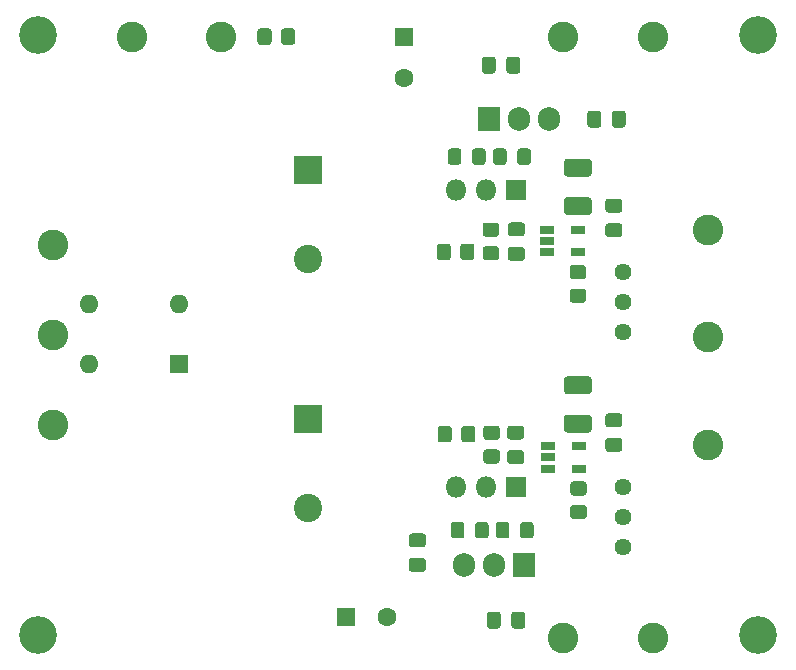
<source format=gbr>
G04 #@! TF.GenerationSoftware,KiCad,Pcbnew,(5.1.8-0-10_14)*
G04 #@! TF.CreationDate,2020-11-13T17:04:17+01:00*
G04 #@! TF.ProjectId,lv-lownoise-psu,6c762d6c-6f77-46e6-9f69-73652d707375,rev?*
G04 #@! TF.SameCoordinates,Original*
G04 #@! TF.FileFunction,Soldermask,Top*
G04 #@! TF.FilePolarity,Negative*
%FSLAX46Y46*%
G04 Gerber Fmt 4.6, Leading zero omitted, Abs format (unit mm)*
G04 Created by KiCad (PCBNEW (5.1.8-0-10_14)) date 2020-11-13 17:04:17*
%MOMM*%
%LPD*%
G01*
G04 APERTURE LIST*
%ADD10C,1.600000*%
%ADD11R,1.600000X1.600000*%
%ADD12C,2.400000*%
%ADD13R,2.400000X2.400000*%
%ADD14O,1.905000X2.000000*%
%ADD15R,1.905000X2.000000*%
%ADD16O,1.600000X1.600000*%
%ADD17C,2.600000*%
%ADD18O,1.800000X1.800000*%
%ADD19R,1.800000X1.800000*%
%ADD20R,1.220000X0.650000*%
%ADD21C,1.440000*%
%ADD22C,3.200000*%
G04 APERTURE END LIST*
G36*
G01*
X124761500Y-39845000D02*
X124761500Y-38895000D01*
G75*
G02*
X125011500Y-38645000I250000J0D01*
G01*
X125686500Y-38645000D01*
G75*
G02*
X125936500Y-38895000I0J-250000D01*
G01*
X125936500Y-39845000D01*
G75*
G02*
X125686500Y-40095000I-250000J0D01*
G01*
X125011500Y-40095000D01*
G75*
G02*
X124761500Y-39845000I0J250000D01*
G01*
G37*
G36*
G01*
X122686500Y-39845000D02*
X122686500Y-38895000D01*
G75*
G02*
X122936500Y-38645000I250000J0D01*
G01*
X123611500Y-38645000D01*
G75*
G02*
X123861500Y-38895000I0J-250000D01*
G01*
X123861500Y-39845000D01*
G75*
G02*
X123611500Y-40095000I-250000J0D01*
G01*
X122936500Y-40095000D01*
G75*
G02*
X122686500Y-39845000I0J250000D01*
G01*
G37*
D10*
X114681000Y-86106000D03*
D11*
X111181000Y-86106000D03*
D10*
X116078000Y-40457000D03*
D11*
X116078000Y-36957000D03*
D12*
X107950000Y-76835000D03*
D13*
X107950000Y-69335000D03*
D12*
X107950000Y-55760000D03*
D13*
X107950000Y-48260000D03*
D14*
X121158000Y-81661000D03*
X123698000Y-81661000D03*
D15*
X126238000Y-81661000D03*
D14*
X128397000Y-43942000D03*
X125857000Y-43942000D03*
D15*
X123317000Y-43942000D03*
D11*
X97028000Y-64643000D03*
D16*
X89408000Y-59563000D03*
X97028000Y-59563000D03*
X89408000Y-64643000D03*
G36*
G01*
X125017000Y-78289999D02*
X125017000Y-79190001D01*
G75*
G02*
X124767001Y-79440000I-249999J0D01*
G01*
X124116999Y-79440000D01*
G75*
G02*
X123867000Y-79190001I0J249999D01*
G01*
X123867000Y-78289999D01*
G75*
G02*
X124116999Y-78040000I249999J0D01*
G01*
X124767001Y-78040000D01*
G75*
G02*
X125017000Y-78289999I0J-249999D01*
G01*
G37*
G36*
G01*
X127067000Y-78289999D02*
X127067000Y-79190001D01*
G75*
G02*
X126817001Y-79440000I-249999J0D01*
G01*
X126166999Y-79440000D01*
G75*
G02*
X125917000Y-79190001I0J249999D01*
G01*
X125917000Y-78289999D01*
G75*
G02*
X126166999Y-78040000I249999J0D01*
G01*
X126817001Y-78040000D01*
G75*
G02*
X127067000Y-78289999I0J-249999D01*
G01*
G37*
G36*
G01*
X122107000Y-79190001D02*
X122107000Y-78289999D01*
G75*
G02*
X122356999Y-78040000I249999J0D01*
G01*
X123007001Y-78040000D01*
G75*
G02*
X123257000Y-78289999I0J-249999D01*
G01*
X123257000Y-79190001D01*
G75*
G02*
X123007001Y-79440000I-249999J0D01*
G01*
X122356999Y-79440000D01*
G75*
G02*
X122107000Y-79190001I0J249999D01*
G01*
G37*
G36*
G01*
X120057000Y-79190001D02*
X120057000Y-78289999D01*
G75*
G02*
X120306999Y-78040000I249999J0D01*
G01*
X120957001Y-78040000D01*
G75*
G02*
X121207000Y-78289999I0J-249999D01*
G01*
X121207000Y-79190001D01*
G75*
G02*
X120957001Y-79440000I-249999J0D01*
G01*
X120306999Y-79440000D01*
G75*
G02*
X120057000Y-79190001I0J249999D01*
G01*
G37*
G36*
G01*
X125681000Y-47567001D02*
X125681000Y-46666999D01*
G75*
G02*
X125930999Y-46417000I249999J0D01*
G01*
X126581001Y-46417000D01*
G75*
G02*
X126831000Y-46666999I0J-249999D01*
G01*
X126831000Y-47567001D01*
G75*
G02*
X126581001Y-47817000I-249999J0D01*
G01*
X125930999Y-47817000D01*
G75*
G02*
X125681000Y-47567001I0J249999D01*
G01*
G37*
G36*
G01*
X123631000Y-47567001D02*
X123631000Y-46666999D01*
G75*
G02*
X123880999Y-46417000I249999J0D01*
G01*
X124531001Y-46417000D01*
G75*
G02*
X124781000Y-46666999I0J-249999D01*
G01*
X124781000Y-47567001D01*
G75*
G02*
X124531001Y-47817000I-249999J0D01*
G01*
X123880999Y-47817000D01*
G75*
G02*
X123631000Y-47567001I0J249999D01*
G01*
G37*
G36*
G01*
X120953000Y-46666999D02*
X120953000Y-47567001D01*
G75*
G02*
X120703001Y-47817000I-249999J0D01*
G01*
X120052999Y-47817000D01*
G75*
G02*
X119803000Y-47567001I0J249999D01*
G01*
X119803000Y-46666999D01*
G75*
G02*
X120052999Y-46417000I249999J0D01*
G01*
X120703001Y-46417000D01*
G75*
G02*
X120953000Y-46666999I0J-249999D01*
G01*
G37*
G36*
G01*
X123003000Y-46666999D02*
X123003000Y-47567001D01*
G75*
G02*
X122753001Y-47817000I-249999J0D01*
G01*
X122102999Y-47817000D01*
G75*
G02*
X121853000Y-47567001I0J249999D01*
G01*
X121853000Y-46666999D01*
G75*
G02*
X122102999Y-46417000I249999J0D01*
G01*
X122753001Y-46417000D01*
G75*
G02*
X123003000Y-46666999I0J-249999D01*
G01*
G37*
G36*
G01*
X105683000Y-37407001D02*
X105683000Y-36506999D01*
G75*
G02*
X105932999Y-36257000I249999J0D01*
G01*
X106633001Y-36257000D01*
G75*
G02*
X106883000Y-36506999I0J-249999D01*
G01*
X106883000Y-37407001D01*
G75*
G02*
X106633001Y-37657000I-249999J0D01*
G01*
X105932999Y-37657000D01*
G75*
G02*
X105683000Y-37407001I0J249999D01*
G01*
G37*
G36*
G01*
X103683000Y-37407001D02*
X103683000Y-36506999D01*
G75*
G02*
X103932999Y-36257000I249999J0D01*
G01*
X104633001Y-36257000D01*
G75*
G02*
X104883000Y-36506999I0J-249999D01*
G01*
X104883000Y-37407001D01*
G75*
G02*
X104633001Y-37657000I-249999J0D01*
G01*
X103932999Y-37657000D01*
G75*
G02*
X103683000Y-37407001I0J249999D01*
G01*
G37*
D17*
X129540000Y-87884000D03*
X137160000Y-87884000D03*
X93091000Y-36957000D03*
X100584000Y-36957000D03*
G36*
G01*
X116746000Y-81095000D02*
X117696000Y-81095000D01*
G75*
G02*
X117946000Y-81345000I0J-250000D01*
G01*
X117946000Y-82020000D01*
G75*
G02*
X117696000Y-82270000I-250000J0D01*
G01*
X116746000Y-82270000D01*
G75*
G02*
X116496000Y-82020000I0J250000D01*
G01*
X116496000Y-81345000D01*
G75*
G02*
X116746000Y-81095000I250000J0D01*
G01*
G37*
G36*
G01*
X116746000Y-79020000D02*
X117696000Y-79020000D01*
G75*
G02*
X117946000Y-79270000I0J-250000D01*
G01*
X117946000Y-79945000D01*
G75*
G02*
X117696000Y-80195000I-250000J0D01*
G01*
X116746000Y-80195000D01*
G75*
G02*
X116496000Y-79945000I0J250000D01*
G01*
X116496000Y-79270000D01*
G75*
G02*
X116746000Y-79020000I250000J0D01*
G01*
G37*
G36*
G01*
X124285500Y-85885000D02*
X124285500Y-86835000D01*
G75*
G02*
X124035500Y-87085000I-250000J0D01*
G01*
X123360500Y-87085000D01*
G75*
G02*
X123110500Y-86835000I0J250000D01*
G01*
X123110500Y-85885000D01*
G75*
G02*
X123360500Y-85635000I250000J0D01*
G01*
X124035500Y-85635000D01*
G75*
G02*
X124285500Y-85885000I0J-250000D01*
G01*
G37*
G36*
G01*
X126360500Y-85885000D02*
X126360500Y-86835000D01*
G75*
G02*
X126110500Y-87085000I-250000J0D01*
G01*
X125435500Y-87085000D01*
G75*
G02*
X125185500Y-86835000I0J250000D01*
G01*
X125185500Y-85885000D01*
G75*
G02*
X125435500Y-85635000I250000J0D01*
G01*
X126110500Y-85635000D01*
G75*
G02*
X126360500Y-85885000I0J-250000D01*
G01*
G37*
X137160000Y-36957000D03*
X129540000Y-36957000D03*
G36*
G01*
X133694500Y-44417000D02*
X133694500Y-43467000D01*
G75*
G02*
X133944500Y-43217000I250000J0D01*
G01*
X134619500Y-43217000D01*
G75*
G02*
X134869500Y-43467000I0J-250000D01*
G01*
X134869500Y-44417000D01*
G75*
G02*
X134619500Y-44667000I-250000J0D01*
G01*
X133944500Y-44667000D01*
G75*
G02*
X133694500Y-44417000I0J250000D01*
G01*
G37*
G36*
G01*
X131619500Y-44417000D02*
X131619500Y-43467000D01*
G75*
G02*
X131869500Y-43217000I250000J0D01*
G01*
X132544500Y-43217000D01*
G75*
G02*
X132794500Y-43467000I0J-250000D01*
G01*
X132794500Y-44417000D01*
G75*
G02*
X132544500Y-44667000I-250000J0D01*
G01*
X131869500Y-44667000D01*
G75*
G02*
X131619500Y-44417000I0J250000D01*
G01*
G37*
G36*
G01*
X123057499Y-71901000D02*
X123957501Y-71901000D01*
G75*
G02*
X124207500Y-72150999I0J-249999D01*
G01*
X124207500Y-72851001D01*
G75*
G02*
X123957501Y-73101000I-249999J0D01*
G01*
X123057499Y-73101000D01*
G75*
G02*
X122807500Y-72851001I0J249999D01*
G01*
X122807500Y-72150999D01*
G75*
G02*
X123057499Y-71901000I249999J0D01*
G01*
G37*
G36*
G01*
X123057499Y-69901000D02*
X123957501Y-69901000D01*
G75*
G02*
X124207500Y-70150999I0J-249999D01*
G01*
X124207500Y-70851001D01*
G75*
G02*
X123957501Y-71101000I-249999J0D01*
G01*
X123057499Y-71101000D01*
G75*
G02*
X122807500Y-70851001I0J249999D01*
G01*
X122807500Y-70150999D01*
G75*
G02*
X123057499Y-69901000I249999J0D01*
G01*
G37*
G36*
G01*
X120939000Y-71062001D02*
X120939000Y-70161999D01*
G75*
G02*
X121188999Y-69912000I249999J0D01*
G01*
X121889001Y-69912000D01*
G75*
G02*
X122139000Y-70161999I0J-249999D01*
G01*
X122139000Y-71062001D01*
G75*
G02*
X121889001Y-71312000I-249999J0D01*
G01*
X121188999Y-71312000D01*
G75*
G02*
X120939000Y-71062001I0J249999D01*
G01*
G37*
G36*
G01*
X118939000Y-71062001D02*
X118939000Y-70161999D01*
G75*
G02*
X119188999Y-69912000I249999J0D01*
G01*
X119889001Y-69912000D01*
G75*
G02*
X120139000Y-70161999I0J-249999D01*
G01*
X120139000Y-71062001D01*
G75*
G02*
X119889001Y-71312000I-249999J0D01*
G01*
X119188999Y-71312000D01*
G75*
G02*
X118939000Y-71062001I0J249999D01*
G01*
G37*
G36*
G01*
X120059500Y-54731499D02*
X120059500Y-55631501D01*
G75*
G02*
X119809501Y-55881500I-249999J0D01*
G01*
X119109499Y-55881500D01*
G75*
G02*
X118859500Y-55631501I0J249999D01*
G01*
X118859500Y-54731499D01*
G75*
G02*
X119109499Y-54481500I249999J0D01*
G01*
X119809501Y-54481500D01*
G75*
G02*
X120059500Y-54731499I0J-249999D01*
G01*
G37*
G36*
G01*
X122059500Y-54731499D02*
X122059500Y-55631501D01*
G75*
G02*
X121809501Y-55881500I-249999J0D01*
G01*
X121109499Y-55881500D01*
G75*
G02*
X120859500Y-55631501I0J249999D01*
G01*
X120859500Y-54731499D01*
G75*
G02*
X121109499Y-54481500I249999J0D01*
G01*
X121809501Y-54481500D01*
G75*
G02*
X122059500Y-54731499I0J-249999D01*
G01*
G37*
G36*
G01*
X122993999Y-54692500D02*
X123894001Y-54692500D01*
G75*
G02*
X124144000Y-54942499I0J-249999D01*
G01*
X124144000Y-55642501D01*
G75*
G02*
X123894001Y-55892500I-249999J0D01*
G01*
X122993999Y-55892500D01*
G75*
G02*
X122744000Y-55642501I0J249999D01*
G01*
X122744000Y-54942499D01*
G75*
G02*
X122993999Y-54692500I249999J0D01*
G01*
G37*
G36*
G01*
X122993999Y-52692500D02*
X123894001Y-52692500D01*
G75*
G02*
X124144000Y-52942499I0J-249999D01*
G01*
X124144000Y-53642501D01*
G75*
G02*
X123894001Y-53892500I-249999J0D01*
G01*
X122993999Y-53892500D01*
G75*
G02*
X122744000Y-53642501I0J249999D01*
G01*
X122744000Y-52942499D01*
G75*
G02*
X122993999Y-52692500I249999J0D01*
G01*
G37*
D18*
X120459500Y-75120500D03*
X122999500Y-75120500D03*
D19*
X125539500Y-75120500D03*
D18*
X120523000Y-49974500D03*
X123063000Y-49974500D03*
D19*
X125603000Y-49974500D03*
D20*
X130890000Y-71628000D03*
X130890000Y-73528000D03*
X128270000Y-73528000D03*
X128270000Y-72578000D03*
X128270000Y-71628000D03*
X130791001Y-53302001D03*
X130791001Y-55202001D03*
X128171001Y-55202001D03*
X128171001Y-54252001D03*
X128171001Y-53302001D03*
D21*
X134670800Y-80137000D03*
X134670800Y-77597000D03*
X134670800Y-75057000D03*
X134620000Y-61976000D03*
X134620000Y-59436000D03*
X134620000Y-56896000D03*
G36*
G01*
X131310801Y-75809400D02*
X130410799Y-75809400D01*
G75*
G02*
X130160800Y-75559401I0J249999D01*
G01*
X130160800Y-74859399D01*
G75*
G02*
X130410799Y-74609400I249999J0D01*
G01*
X131310801Y-74609400D01*
G75*
G02*
X131560800Y-74859399I0J-249999D01*
G01*
X131560800Y-75559401D01*
G75*
G02*
X131310801Y-75809400I-249999J0D01*
G01*
G37*
G36*
G01*
X131310801Y-77809400D02*
X130410799Y-77809400D01*
G75*
G02*
X130160800Y-77559401I0J249999D01*
G01*
X130160800Y-76859399D01*
G75*
G02*
X130410799Y-76609400I249999J0D01*
G01*
X131310801Y-76609400D01*
G75*
G02*
X131560800Y-76859399I0J-249999D01*
G01*
X131560800Y-77559401D01*
G75*
G02*
X131310801Y-77809400I-249999J0D01*
G01*
G37*
G36*
G01*
X130359999Y-58296000D02*
X131260001Y-58296000D01*
G75*
G02*
X131510000Y-58545999I0J-249999D01*
G01*
X131510000Y-59246001D01*
G75*
G02*
X131260001Y-59496000I-249999J0D01*
G01*
X130359999Y-59496000D01*
G75*
G02*
X130110000Y-59246001I0J249999D01*
G01*
X130110000Y-58545999D01*
G75*
G02*
X130359999Y-58296000I249999J0D01*
G01*
G37*
G36*
G01*
X130359999Y-56296000D02*
X131260001Y-56296000D01*
G75*
G02*
X131510000Y-56545999I0J-249999D01*
G01*
X131510000Y-57246001D01*
G75*
G02*
X131260001Y-57496000I-249999J0D01*
G01*
X130359999Y-57496000D01*
G75*
G02*
X130110000Y-57246001I0J249999D01*
G01*
X130110000Y-56545999D01*
G75*
G02*
X130359999Y-56296000I249999J0D01*
G01*
G37*
D17*
X141859000Y-71501000D03*
X141859000Y-62357000D03*
X141859000Y-53340000D03*
X86360000Y-54610000D03*
X86360000Y-62230000D03*
X86360000Y-69850000D03*
D22*
X146050000Y-36830000D03*
X146050000Y-87630000D03*
X85090000Y-87630000D03*
X85090000Y-36830000D03*
G36*
G01*
X133383000Y-70935000D02*
X134333000Y-70935000D01*
G75*
G02*
X134583000Y-71185000I0J-250000D01*
G01*
X134583000Y-71860000D01*
G75*
G02*
X134333000Y-72110000I-250000J0D01*
G01*
X133383000Y-72110000D01*
G75*
G02*
X133133000Y-71860000I0J250000D01*
G01*
X133133000Y-71185000D01*
G75*
G02*
X133383000Y-70935000I250000J0D01*
G01*
G37*
G36*
G01*
X133383000Y-68860000D02*
X134333000Y-68860000D01*
G75*
G02*
X134583000Y-69110000I0J-250000D01*
G01*
X134583000Y-69785000D01*
G75*
G02*
X134333000Y-70035000I-250000J0D01*
G01*
X133383000Y-70035000D01*
G75*
G02*
X133133000Y-69785000I0J250000D01*
G01*
X133133000Y-69110000D01*
G75*
G02*
X133383000Y-68860000I250000J0D01*
G01*
G37*
G36*
G01*
X134333000Y-51852500D02*
X133383000Y-51852500D01*
G75*
G02*
X133133000Y-51602500I0J250000D01*
G01*
X133133000Y-50927500D01*
G75*
G02*
X133383000Y-50677500I250000J0D01*
G01*
X134333000Y-50677500D01*
G75*
G02*
X134583000Y-50927500I0J-250000D01*
G01*
X134583000Y-51602500D01*
G75*
G02*
X134333000Y-51852500I-250000J0D01*
G01*
G37*
G36*
G01*
X134333000Y-53927500D02*
X133383000Y-53927500D01*
G75*
G02*
X133133000Y-53677500I0J250000D01*
G01*
X133133000Y-53002500D01*
G75*
G02*
X133383000Y-52752500I250000J0D01*
G01*
X134333000Y-52752500D01*
G75*
G02*
X134583000Y-53002500I0J-250000D01*
G01*
X134583000Y-53677500D01*
G75*
G02*
X134333000Y-53927500I-250000J0D01*
G01*
G37*
G36*
G01*
X129885000Y-68973000D02*
X131735000Y-68973000D01*
G75*
G02*
X131985000Y-69223000I0J-250000D01*
G01*
X131985000Y-70223000D01*
G75*
G02*
X131735000Y-70473000I-250000J0D01*
G01*
X129885000Y-70473000D01*
G75*
G02*
X129635000Y-70223000I0J250000D01*
G01*
X129635000Y-69223000D01*
G75*
G02*
X129885000Y-68973000I250000J0D01*
G01*
G37*
G36*
G01*
X129885000Y-65723000D02*
X131735000Y-65723000D01*
G75*
G02*
X131985000Y-65973000I0J-250000D01*
G01*
X131985000Y-66973000D01*
G75*
G02*
X131735000Y-67223000I-250000J0D01*
G01*
X129885000Y-67223000D01*
G75*
G02*
X129635000Y-66973000I0J250000D01*
G01*
X129635000Y-65973000D01*
G75*
G02*
X129885000Y-65723000I250000J0D01*
G01*
G37*
G36*
G01*
X131735000Y-48808000D02*
X129885000Y-48808000D01*
G75*
G02*
X129635000Y-48558000I0J250000D01*
G01*
X129635000Y-47558000D01*
G75*
G02*
X129885000Y-47308000I250000J0D01*
G01*
X131735000Y-47308000D01*
G75*
G02*
X131985000Y-47558000I0J-250000D01*
G01*
X131985000Y-48558000D01*
G75*
G02*
X131735000Y-48808000I-250000J0D01*
G01*
G37*
G36*
G01*
X131735000Y-52058000D02*
X129885000Y-52058000D01*
G75*
G02*
X129635000Y-51808000I0J250000D01*
G01*
X129635000Y-50808000D01*
G75*
G02*
X129885000Y-50558000I250000J0D01*
G01*
X131735000Y-50558000D01*
G75*
G02*
X131985000Y-50808000I0J-250000D01*
G01*
X131985000Y-51808000D01*
G75*
G02*
X131735000Y-52058000I-250000J0D01*
G01*
G37*
G36*
G01*
X125064500Y-71972500D02*
X126014500Y-71972500D01*
G75*
G02*
X126264500Y-72222500I0J-250000D01*
G01*
X126264500Y-72897500D01*
G75*
G02*
X126014500Y-73147500I-250000J0D01*
G01*
X125064500Y-73147500D01*
G75*
G02*
X124814500Y-72897500I0J250000D01*
G01*
X124814500Y-72222500D01*
G75*
G02*
X125064500Y-71972500I250000J0D01*
G01*
G37*
G36*
G01*
X125064500Y-69897500D02*
X126014500Y-69897500D01*
G75*
G02*
X126264500Y-70147500I0J-250000D01*
G01*
X126264500Y-70822500D01*
G75*
G02*
X126014500Y-71072500I-250000J0D01*
G01*
X125064500Y-71072500D01*
G75*
G02*
X124814500Y-70822500I0J250000D01*
G01*
X124814500Y-70147500D01*
G75*
G02*
X125064500Y-69897500I250000J0D01*
G01*
G37*
G36*
G01*
X125128000Y-54764000D02*
X126078000Y-54764000D01*
G75*
G02*
X126328000Y-55014000I0J-250000D01*
G01*
X126328000Y-55689000D01*
G75*
G02*
X126078000Y-55939000I-250000J0D01*
G01*
X125128000Y-55939000D01*
G75*
G02*
X124878000Y-55689000I0J250000D01*
G01*
X124878000Y-55014000D01*
G75*
G02*
X125128000Y-54764000I250000J0D01*
G01*
G37*
G36*
G01*
X125128000Y-52689000D02*
X126078000Y-52689000D01*
G75*
G02*
X126328000Y-52939000I0J-250000D01*
G01*
X126328000Y-53614000D01*
G75*
G02*
X126078000Y-53864000I-250000J0D01*
G01*
X125128000Y-53864000D01*
G75*
G02*
X124878000Y-53614000I0J250000D01*
G01*
X124878000Y-52939000D01*
G75*
G02*
X125128000Y-52689000I250000J0D01*
G01*
G37*
M02*

</source>
